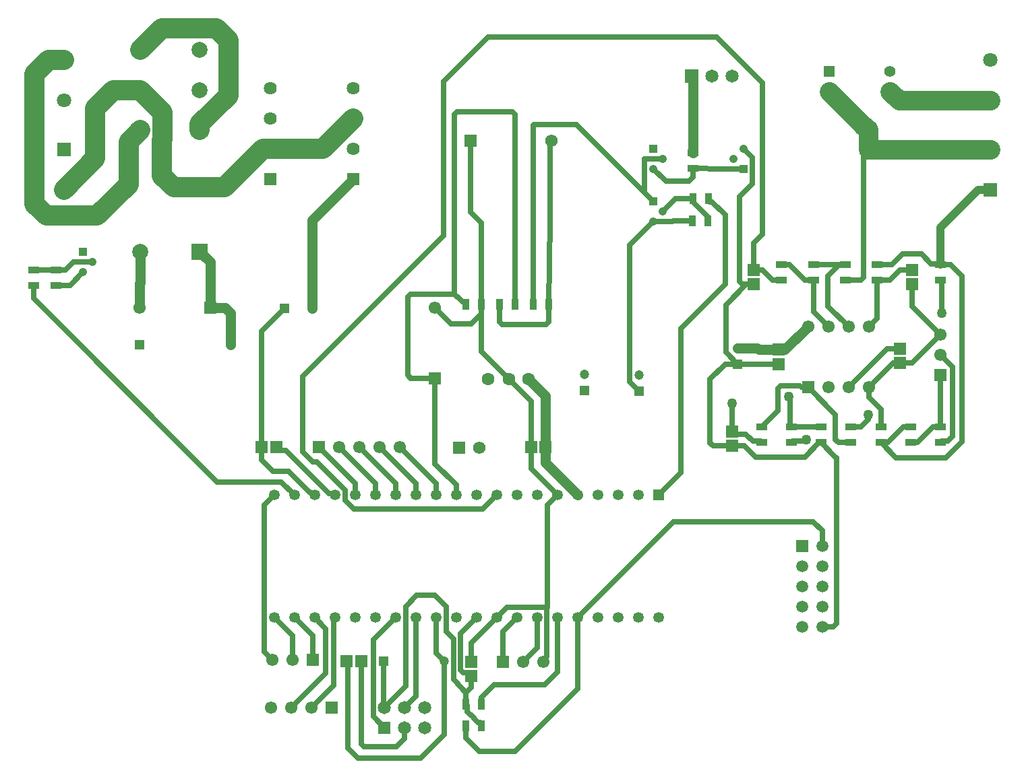
<source format=gbr>
G04*
G04 #@! TF.GenerationSoftware,Altium Limited,Altium Designer,23.2.1 (34)*
G04*
G04 Layer_Physical_Order=1*
G04 Layer_Color=255*
%FSLAX25Y25*%
%MOIN*%
G70*
G04*
G04 #@! TF.SameCoordinates,D46152EC-C408-46DB-B0A5-B777A763C0D4*
G04*
G04*
G04 #@! TF.FilePolarity,Positive*
G04*
G01*
G75*
%ADD15R,0.06127X0.05924*%
%ADD16R,0.05709X0.03740*%
%ADD17R,0.03740X0.05709*%
%ADD18R,0.05924X0.06127*%
%ADD21C,0.06102*%
%ADD22R,0.06102X0.06102*%
%ADD23R,0.06200X0.06200*%
%ADD24C,0.06200*%
%ADD27C,0.06400*%
%ADD28R,0.06400X0.06400*%
%ADD31C,0.06181*%
%ADD32R,0.06181X0.06181*%
%ADD34C,0.04724*%
%ADD35R,0.04724X0.04724*%
%ADD36R,0.04724X0.04724*%
%ADD39C,0.05118*%
%ADD40R,0.05118X0.05118*%
%ADD41C,0.07874*%
%ADD42R,0.07874X0.07874*%
%ADD43R,0.06102X0.06102*%
%ADD44R,0.06500X0.06500*%
%ADD45C,0.06500*%
%ADD46C,0.05500*%
%ADD47R,0.05500X0.05500*%
%ADD48C,0.05315*%
%ADD49R,0.05315X0.05315*%
%ADD54C,0.02500*%
%ADD55C,0.05000*%
%ADD56C,0.10000*%
%ADD57C,0.09500*%
%ADD58C,0.04000*%
%ADD59C,0.04134*%
%ADD60R,0.04134X0.04134*%
%ADD61C,0.05906*%
%ADD62R,0.05906X0.05906*%
%ADD63C,0.07087*%
%ADD64R,0.07087X0.07087*%
%ADD65C,0.06299*%
%ADD66R,0.06496X0.06496*%
%ADD67C,0.06496*%
%ADD68C,0.05000*%
D15*
X556070Y366546D02*
D03*
Y359454D02*
D03*
X467000Y279454D02*
D03*
Y286546D02*
D03*
X477500Y359454D02*
D03*
Y366546D02*
D03*
X490000Y327093D02*
D03*
Y320000D02*
D03*
X550000Y320454D02*
D03*
Y327546D02*
D03*
X338000Y165454D02*
D03*
Y172546D02*
D03*
D16*
X522858Y369213D02*
D03*
Y361536D02*
D03*
X481500Y288839D02*
D03*
Y281161D02*
D03*
X570000Y369213D02*
D03*
Y361536D02*
D03*
X496250Y281161D02*
D03*
Y288839D02*
D03*
X511000Y281161D02*
D03*
Y288839D02*
D03*
X525750Y281161D02*
D03*
Y288839D02*
D03*
X540500Y281161D02*
D03*
Y288839D02*
D03*
X570000Y281161D02*
D03*
Y288839D02*
D03*
X555250Y281161D02*
D03*
Y288839D02*
D03*
X447500Y417000D02*
D03*
Y424677D02*
D03*
X121500Y366677D02*
D03*
Y359000D02*
D03*
X132500D02*
D03*
Y366677D02*
D03*
X507144Y361536D02*
D03*
Y369213D02*
D03*
X538572Y361536D02*
D03*
Y369213D02*
D03*
X491430Y361536D02*
D03*
Y369213D02*
D03*
D17*
X343000Y151500D02*
D03*
X335323D02*
D03*
X335161Y141000D02*
D03*
X342839D02*
D03*
X447323Y391000D02*
D03*
X455000D02*
D03*
X447661Y402000D02*
D03*
X455339D02*
D03*
X351911Y349500D02*
D03*
X359589D02*
D03*
X335161D02*
D03*
X342839D02*
D03*
X368661D02*
D03*
X376339D02*
D03*
D18*
X374546Y279000D02*
D03*
X367454D02*
D03*
X241500D02*
D03*
X234407D02*
D03*
X276407Y173000D02*
D03*
X283500D02*
D03*
D21*
X174020Y348000D02*
D03*
X534500Y308500D02*
D03*
X524500D02*
D03*
X514500D02*
D03*
X504500Y338500D02*
D03*
X514500D02*
D03*
X524500D02*
D03*
X534500D02*
D03*
X320000Y347980D02*
D03*
X363500Y172500D02*
D03*
X373500D02*
D03*
X302500Y279000D02*
D03*
X292500D02*
D03*
X282500D02*
D03*
X272500D02*
D03*
X259000Y150000D02*
D03*
X249000D02*
D03*
X239000D02*
D03*
X249500Y173500D02*
D03*
X239500D02*
D03*
X570000Y324500D02*
D03*
Y334500D02*
D03*
D22*
X208980Y348000D02*
D03*
X504500Y308500D02*
D03*
X353500Y172500D02*
D03*
X262500Y279000D02*
D03*
X269000Y150000D02*
D03*
X259500Y173500D02*
D03*
D23*
X337600Y430500D02*
D03*
D24*
X377600D02*
D03*
D27*
X238500Y456500D02*
D03*
Y441500D02*
D03*
Y426500D02*
D03*
X279500D02*
D03*
Y441500D02*
D03*
Y456500D02*
D03*
D28*
X238500Y411500D02*
D03*
X279500D02*
D03*
D31*
X342000Y278500D02*
D03*
D32*
X332000D02*
D03*
D34*
X219083Y329500D02*
D03*
X469500Y327937D02*
D03*
X421000Y314437D02*
D03*
X394000Y314937D02*
D03*
X324512Y173000D02*
D03*
D35*
X173917Y329500D02*
D03*
X294488Y173000D02*
D03*
D36*
X469500Y320063D02*
D03*
X421000Y306563D02*
D03*
X394000Y307063D02*
D03*
D39*
X259390Y347500D02*
D03*
D40*
X245610D02*
D03*
D41*
X203764Y475429D02*
D03*
Y455587D02*
D03*
Y435744D02*
D03*
X174236Y475429D02*
D03*
Y455587D02*
D03*
Y435744D02*
D03*
Y375665D02*
D03*
D42*
X203764D02*
D03*
D43*
X320000Y313020D02*
D03*
X570000Y314500D02*
D03*
D44*
X447000Y462500D02*
D03*
D45*
X457000D02*
D03*
X467000D02*
D03*
D46*
X545000Y465000D02*
D03*
Y455000D02*
D03*
X515000D02*
D03*
D47*
Y465000D02*
D03*
D48*
X430500Y194500D02*
D03*
X420500D02*
D03*
X410500D02*
D03*
X400500D02*
D03*
X390500D02*
D03*
X380500D02*
D03*
X370500D02*
D03*
X360500D02*
D03*
X350500D02*
D03*
X340500D02*
D03*
X330500D02*
D03*
X320500D02*
D03*
X310500D02*
D03*
X300500D02*
D03*
X290500D02*
D03*
X280500D02*
D03*
X270500D02*
D03*
X260500D02*
D03*
X250500D02*
D03*
X240500D02*
D03*
Y255250D02*
D03*
X250500D02*
D03*
X260500D02*
D03*
X270500D02*
D03*
X280500D02*
D03*
X290500D02*
D03*
X300500D02*
D03*
X310500D02*
D03*
X320500D02*
D03*
X330500D02*
D03*
X340500D02*
D03*
X350500D02*
D03*
X360500D02*
D03*
X370500D02*
D03*
X380500D02*
D03*
X390500D02*
D03*
X400500D02*
D03*
X410500D02*
D03*
X420500D02*
D03*
D49*
X430500D02*
D03*
D54*
X576000Y284123D02*
Y318500D01*
X570620Y281782D02*
X573659D01*
X576000Y284123D01*
X570000Y324500D02*
X576000Y318500D01*
X570000Y281161D02*
X570620Y281782D01*
X496870D02*
X502105D01*
X502823Y282500D01*
X503500D01*
X496250Y281161D02*
X496870Y281782D01*
X502854Y274000D02*
X510016Y281161D01*
X478550Y274000D02*
X502854D01*
X473097Y279454D02*
X478550Y274000D01*
X374300Y161300D02*
X380500Y167500D01*
Y194500D01*
X349300Y161300D02*
X374300D01*
X507000Y242000D02*
X511500Y237500D01*
X438000Y242000D02*
X507000D01*
X511500Y230000D02*
Y237500D01*
X517035Y190000D02*
X518500Y191464D01*
Y273661D01*
X511500Y190000D02*
X517035D01*
X517768Y274394D02*
X518500Y273661D01*
X511000Y281161D02*
X517768Y274394D01*
X301000Y130500D02*
X305000Y134500D01*
Y140000D01*
X284964Y130500D02*
X301000D01*
X283500Y131965D02*
X284964Y130500D01*
X283500Y131965D02*
Y173000D01*
X282000Y125000D02*
X313000D01*
X324512Y136512D01*
X277000Y130000D02*
X282000Y125000D01*
X277000Y130000D02*
Y172407D01*
X306500Y314484D02*
Y353074D01*
X307964Y354539D02*
X329600D01*
X306500Y314484D02*
X307964Y313020D01*
X306500Y353074D02*
X307964Y354539D01*
Y313020D02*
X320000D01*
X337839Y340000D02*
X342839Y345000D01*
X327980Y340000D02*
X337839D01*
X320000Y347980D02*
X327980Y340000D01*
X376339Y340965D02*
Y349500D01*
X374874Y339500D02*
X376339Y340965D01*
X353376Y339500D02*
X374874D01*
X351911Y340965D02*
X353376Y339500D01*
X351911Y340965D02*
Y349500D01*
X456943Y400396D02*
X463500Y393839D01*
Y359500D02*
Y393839D01*
X441600Y337600D02*
X463500Y359500D01*
X441600Y266350D02*
Y337600D01*
X455339Y401016D02*
Y402000D01*
Y401016D02*
X455959Y400396D01*
X456943D01*
X463800Y325763D02*
Y349354D01*
Y325763D02*
X469500Y320063D01*
X463800Y349354D02*
X473900Y359454D01*
X470500Y360918D02*
Y402900D01*
Y360918D02*
X471965Y359454D01*
X470500Y402900D02*
X476900Y409300D01*
X471965Y359454D02*
X473900D01*
X580500Y281600D02*
Y363713D01*
X575000Y369213D02*
X580500Y363713D01*
X572500Y273600D02*
X580500Y281600D01*
X477500Y379800D02*
X482000Y384300D01*
X459200Y482000D02*
X482000Y459200D01*
Y384300D02*
Y459200D01*
X449104Y416936D02*
X449165D01*
X447500Y417000D02*
X449104Y416936D01*
X449165D02*
X460500Y416500D01*
X472500D01*
X447500Y417000D02*
X447656Y413777D01*
X434412Y410681D02*
X445720D01*
X447659Y412621D01*
X447656Y413777D02*
X447659Y413717D01*
X428000Y416500D02*
X433697Y411330D01*
X447659Y412621D02*
Y413717D01*
X433697Y411330D02*
X434412Y410681D01*
X324512Y136512D02*
Y173000D01*
X276407D02*
X277000Y172407D01*
X342218Y142604D02*
X342839Y141984D01*
Y141000D02*
Y141984D01*
X341234Y142604D02*
X342218D01*
X339282Y144557D02*
X341234Y142604D01*
X329124Y164783D02*
Y183776D01*
Y164783D02*
X329124Y163804D01*
X329788Y163086D02*
X335323Y157100D01*
X329124Y163804D02*
X329788Y163086D01*
X325500Y187400D02*
X329124Y183776D01*
X320500Y177012D02*
X324512Y173000D01*
X320500Y177012D02*
Y194500D01*
X294488Y150512D02*
X295000Y150000D01*
X294488Y150512D02*
Y173000D01*
X333964Y167166D02*
X336288D01*
X332500Y168630D02*
Y186500D01*
X340500Y194500D01*
X332500Y168630D02*
X333964Y167166D01*
X390500Y194500D02*
X438000Y242000D01*
X466949Y300449D02*
X467000Y300500D01*
X466949Y286496D02*
Y300449D01*
X320000Y270700D02*
Y313020D01*
X495000Y304000D02*
X495478Y303522D01*
Y289459D02*
Y303522D01*
Y289459D02*
X496098Y288839D01*
X497150D01*
X481500D02*
X489500Y296839D01*
Y307812D02*
X490965Y309276D01*
X489500Y296839D02*
Y307812D01*
X496250Y288839D02*
X497150D01*
X490965Y309276D02*
X500385D01*
X504500Y308500D02*
X518000Y295000D01*
X519464Y281161D02*
X525750D01*
X518000Y282626D02*
X519464Y281161D01*
X518000Y282626D02*
Y295000D01*
X510016Y281161D02*
X511000D01*
X457465Y279454D02*
X467000D01*
X473097D01*
X503611Y288839D02*
X511000D01*
X497400Y288850D02*
X503600D01*
X497150Y288839D02*
X497400Y288850D01*
X503600D02*
X503611Y288839D01*
X480880Y281782D02*
X481500Y281161D01*
X477218Y281782D02*
X480880D01*
X468188Y285359D02*
X473641D01*
X477218Y281782D01*
X467000Y286546D02*
X468188Y285359D01*
X456000Y280918D02*
X457465Y279454D01*
X463563Y320063D02*
X469500D01*
X456000Y312500D02*
X463563Y320063D01*
X456000Y280918D02*
Y312500D01*
X121500Y352500D02*
Y359000D01*
Y352500D02*
X212300Y261700D01*
X244050D01*
X269961Y255789D02*
X270500Y255250D01*
X267711Y255789D02*
X269961D01*
X246333Y277167D02*
X267711Y255789D01*
X244676Y277167D02*
X246333D01*
X244656Y277187D02*
X244676Y277167D01*
X243212Y277187D02*
X244656D01*
X259000Y150000D02*
X269961Y160961D01*
Y193961D01*
X359589Y349500D02*
Y443536D01*
X331065Y445000D02*
X358124D01*
X329600Y354539D02*
Y443536D01*
X331065Y445000D01*
X358124D02*
X359589Y443536D01*
X374500Y199500D02*
X375400D01*
X355500D02*
X374500D01*
X240000Y266900D02*
X247600D01*
X258332Y256656D02*
X259738Y255250D01*
X260500D01*
X247600Y266900D02*
X257844Y256656D01*
X258332D01*
X241500Y278899D02*
X243212Y277187D01*
X241500Y278899D02*
Y279000D01*
X275500Y252500D02*
Y257500D01*
Y252500D02*
X279800Y248200D01*
X254500Y276500D02*
X259500Y271500D01*
X261500D01*
X275500Y257500D01*
X254500Y276500D02*
Y314000D01*
X279800Y248200D02*
X343450D01*
X254500Y314000D02*
X324200Y383700D01*
X280500Y255250D02*
Y261000D01*
X262500Y279000D02*
X280500Y261000D01*
X272500Y279000D02*
X290500Y261000D01*
Y255250D02*
Y261000D01*
X282500Y279000D02*
X300500Y261000D01*
Y255250D02*
Y261000D01*
X249000Y150000D02*
X266000Y167000D01*
Y189000D01*
X260500Y194500D02*
X266000Y189000D01*
X269961Y193961D02*
X270500Y194500D01*
X295000Y150000D02*
X305500Y160500D01*
X335323Y151500D02*
X335943Y150880D01*
X337734Y146104D02*
X337964D01*
X335943Y147896D02*
Y150880D01*
Y147896D02*
X337734Y146104D01*
X337964D02*
X339282Y144786D01*
Y144557D02*
Y144786D01*
X375408Y175382D02*
Y198592D01*
X374500Y199500D02*
X375408Y198592D01*
X373500Y173475D02*
X375408Y175382D01*
X373500Y172500D02*
Y173475D01*
X532003Y363000D02*
Y437997D01*
X530539Y361536D02*
X532003Y363000D01*
X522858Y361536D02*
X530539D01*
X560500Y374500D02*
X565380Y369620D01*
X569593D02*
X570000Y369213D01*
X565380Y369620D02*
X569593D01*
X546000Y369213D02*
X551287Y374500D01*
X560500D01*
X324200Y460000D02*
X346200Y482000D01*
X459200D01*
X336288Y167166D02*
X338000Y165454D01*
X342839Y326161D02*
Y345000D01*
X375500Y199400D02*
Y250250D01*
X350500Y194500D02*
X355500Y199500D01*
X570500Y345200D02*
Y361536D01*
X507144Y369213D02*
X520000D01*
X423600Y404900D02*
X428000Y400500D01*
X390000Y438500D02*
X423600Y404900D01*
X473900Y359454D02*
X477500D01*
X476900Y409300D02*
Y422100D01*
X472500Y426500D02*
X476900Y422100D01*
X416300Y378800D02*
X428000Y390500D01*
X416300Y311263D02*
Y378800D01*
Y311263D02*
X421000Y306563D01*
X556070Y348430D02*
Y359454D01*
Y348430D02*
X570000Y334500D01*
X132500Y359000D02*
X139500D01*
X146000Y365500D01*
X234407Y279000D02*
Y336297D01*
X245610Y347500D01*
X337600Y395239D02*
Y430500D01*
Y395239D02*
X342839Y390000D01*
Y349500D02*
Y390000D01*
X477500Y366546D02*
Y379800D01*
X324200Y383700D02*
Y460000D01*
X343450Y248200D02*
X350500Y255250D01*
X538572Y342572D02*
Y361536D01*
X534500Y338500D02*
X538572Y342572D01*
X329600Y354539D02*
X335161Y349500D01*
X520000Y369213D02*
X522858D01*
X514400Y363613D02*
X520000Y369213D01*
X514400Y348600D02*
Y363613D01*
Y348600D02*
X524500Y338500D01*
X507144Y345856D02*
Y361536D01*
Y345856D02*
X514500Y338500D01*
X292500Y279000D02*
X310500Y261000D01*
Y255250D02*
Y261000D01*
X244050Y261700D02*
X250500Y255250D01*
X235500Y177500D02*
X239500Y173500D01*
X235500Y177500D02*
Y250250D01*
X240500Y255250D01*
X249500Y173500D02*
Y185500D01*
X240500Y194500D02*
X249500Y185500D01*
X259500Y173500D02*
Y185500D01*
X250500Y194500D02*
X259500Y185500D01*
X289502Y145498D02*
X295000Y140000D01*
X289502Y145498D02*
Y183502D01*
X300500Y194500D01*
X353500Y172500D02*
Y187500D01*
X360500Y194500D01*
X370500Y179500D02*
Y194500D01*
X363500Y172500D02*
X370500Y179500D01*
X343000Y155000D02*
X349300Y161300D01*
X343000Y151500D02*
Y155000D01*
X335161Y135000D02*
Y141000D01*
Y135000D02*
X342061Y128100D01*
X359500D01*
X390500Y159100D01*
Y194500D01*
X141223Y370500D02*
X150500D01*
X137400Y366677D02*
X141223Y370500D01*
X132500Y366677D02*
X137400D01*
X368661Y349500D02*
Y438161D01*
X369000Y438500D01*
X390000D01*
X439000Y402000D02*
X447661D01*
X432500Y395500D02*
X439000Y402000D01*
X325500Y187400D02*
Y200000D01*
X320100Y205400D02*
X325500Y200000D01*
X310900Y205400D02*
X320100D01*
X305500Y200000D02*
X310900Y205400D01*
X305500Y160500D02*
Y200000D01*
X377000Y390661D02*
Y430500D01*
X376339Y349500D02*
X377000Y390661D01*
X534400Y292500D02*
Y294800D01*
X530739Y288839D02*
X534400Y292500D01*
X525750Y288839D02*
X530739D01*
X534500Y303500D02*
Y308500D01*
Y303500D02*
X540500Y297500D01*
Y288839D02*
Y297500D01*
X501161Y308500D02*
X504500D01*
X500385Y309276D02*
X501161Y308500D01*
X570000Y361536D02*
X570500D01*
X570000Y369213D02*
X575000D01*
X548061Y273600D02*
X572500D01*
X540500Y281161D02*
X548061Y273600D01*
X234407Y272493D02*
X240000Y266900D01*
X234407Y272493D02*
Y279000D01*
X546454Y320454D02*
X550000D01*
X534500Y308500D02*
X546454Y320454D01*
X302500Y279000D02*
X320500Y261000D01*
Y255250D02*
Y261000D01*
X524500Y308500D02*
X543546Y327546D01*
X550000D01*
Y320454D02*
X555954D01*
X570000Y334500D01*
X338000Y182000D02*
X350500Y194500D01*
X367454Y268296D02*
Y279000D01*
Y268296D02*
X380500Y255250D01*
X342839Y326161D02*
X356500Y312500D01*
X367454Y301546D01*
Y279000D02*
Y301546D01*
X423600Y421500D02*
X432500D01*
X423600Y404900D02*
Y421500D01*
X430500Y255250D02*
X441600Y266350D01*
X330500Y255250D02*
Y260200D01*
X320000Y270700D02*
X330500Y260200D01*
X310500Y155500D02*
Y194500D01*
X305000Y150000D02*
X310500Y155500D01*
X338000Y172546D02*
Y182000D01*
X375400Y199500D02*
X375500Y199400D01*
Y250250D02*
X380500Y255250D01*
X342839Y345000D02*
Y349500D01*
X479300Y327937D02*
X480144Y327093D01*
X437900Y391000D02*
X447323D01*
X437400Y390500D02*
X437900Y391000D01*
X428000Y390500D02*
X437400D01*
X479763Y320000D02*
X490000D01*
X479700Y320063D02*
X479763Y320000D01*
X469500Y320063D02*
X479700D01*
X486911Y361536D02*
X491430D01*
X481900Y366546D02*
X486911Y361536D01*
X477500Y366546D02*
X481900D01*
X549811D02*
X556070D01*
X544800Y361536D02*
X549811Y366546D01*
X538572Y361536D02*
X544800D01*
X503077D02*
X507144D01*
X495400Y369213D02*
X503077Y361536D01*
X491430Y369213D02*
X495400D01*
X538572D02*
X546000D01*
X551677Y288839D02*
X555250D01*
X544000Y281161D02*
X551677Y288839D01*
X540500Y281161D02*
X544000D01*
X121500Y366677D02*
X132500D01*
X447661Y400139D02*
Y402000D01*
Y400139D02*
X455000Y392800D01*
Y391000D02*
Y392800D01*
X338000Y159777D02*
Y165454D01*
X335323Y157100D02*
X338000Y159777D01*
X335323Y151500D02*
Y157100D01*
X570000Y288839D02*
Y314500D01*
X566377Y288839D02*
X570000D01*
X558700Y281161D02*
X566377Y288839D01*
X555250Y281161D02*
X558700D01*
D55*
X219083Y329500D02*
Y345071D01*
X208980Y348000D02*
X216154D01*
X219083Y345071D01*
X174020Y348000D02*
Y359980D01*
X174236Y360197D01*
Y375665D01*
X447500Y424677D02*
Y462000D01*
X447000Y462500D02*
X447500Y462000D01*
X203764Y375665D02*
X208980Y370449D01*
Y348000D02*
Y370449D01*
X490000Y327093D02*
X493093D01*
X504500Y338500D01*
X374546Y271204D02*
Y279000D01*
Y271204D02*
X390500Y255250D01*
X259390Y347500D02*
Y391390D01*
X279500Y411500D01*
X374546Y279000D02*
Y304296D01*
X366343Y312500D02*
X374546Y304296D01*
X480144Y327093D02*
X490000D01*
X469500Y327937D02*
X479300D01*
D56*
X152000Y421771D02*
Y446500D01*
X136500Y406271D02*
X152000Y421771D01*
X190816Y407500D02*
X216000D01*
X235000Y426500D01*
X264500D01*
X184958Y413358D02*
X190816Y407500D01*
X184958Y413358D02*
Y430909D01*
X532003Y437997D02*
X534157Y435843D01*
X217903Y452903D02*
Y480239D01*
X203764Y435744D02*
Y438764D01*
X217903Y452903D01*
X185236Y431188D02*
Y444587D01*
X174236Y455587D02*
X185236Y444587D01*
X184904Y486097D02*
X212045D01*
X217903Y480239D01*
X174236Y475429D02*
X184904Y486097D01*
X184958Y430909D02*
X185236Y431188D01*
X168500Y409000D02*
Y430008D01*
X153000Y393500D02*
X168500Y409000D01*
Y430008D02*
X174236Y435744D01*
X122000Y399358D02*
Y463642D01*
X127858Y393500D02*
X153000D01*
X122000Y463642D02*
X128858Y470500D01*
X122000Y399358D02*
X127858Y393500D01*
X128858Y470500D02*
X136500D01*
X152000Y446500D02*
X161087Y455587D01*
X264500Y426500D02*
X279500Y441500D01*
X161087Y455587D02*
X174236D01*
D57*
X515000Y455000D02*
X532003Y437997D01*
X534157Y426271D02*
Y435843D01*
Y426271D02*
X594500D01*
X545000Y455000D02*
X549500Y450500D01*
X594500D01*
D58*
X588571Y406271D02*
X594500D01*
X570000Y387700D02*
X588571Y406271D01*
X570000Y369213D02*
Y387700D01*
D59*
X146000Y365500D02*
D03*
X150500Y370500D02*
D03*
X467500Y421500D02*
D03*
X472500Y426500D02*
D03*
X432500Y395500D02*
D03*
X428000Y390500D02*
D03*
X432500Y421500D02*
D03*
X428000Y416500D02*
D03*
D60*
X146000Y375500D02*
D03*
X472500Y416500D02*
D03*
X428000Y400500D02*
D03*
Y426500D02*
D03*
D61*
X511500Y190000D02*
D03*
X501500D02*
D03*
X511500Y200000D02*
D03*
X501500D02*
D03*
X511500Y210000D02*
D03*
X501500D02*
D03*
X511500Y220000D02*
D03*
X501500D02*
D03*
X511500Y230000D02*
D03*
D62*
X501500D02*
D03*
D63*
X594500Y426271D02*
D03*
Y470500D02*
D03*
X136500Y450500D02*
D03*
Y406271D02*
D03*
D64*
X594500D02*
D03*
Y450500D02*
D03*
X136500Y470500D02*
D03*
Y426271D02*
D03*
D65*
X346264Y312500D02*
D03*
X366343D02*
D03*
X356500D02*
D03*
D66*
X295000Y140000D02*
D03*
D67*
Y150000D02*
D03*
X305000Y140000D02*
D03*
X315000D02*
D03*
X305000Y150000D02*
D03*
X315000D02*
D03*
D68*
X503500Y282500D02*
D03*
X495000Y304000D02*
D03*
X467000Y300500D02*
D03*
X534400Y294800D02*
D03*
X570500Y345200D02*
D03*
M02*

</source>
